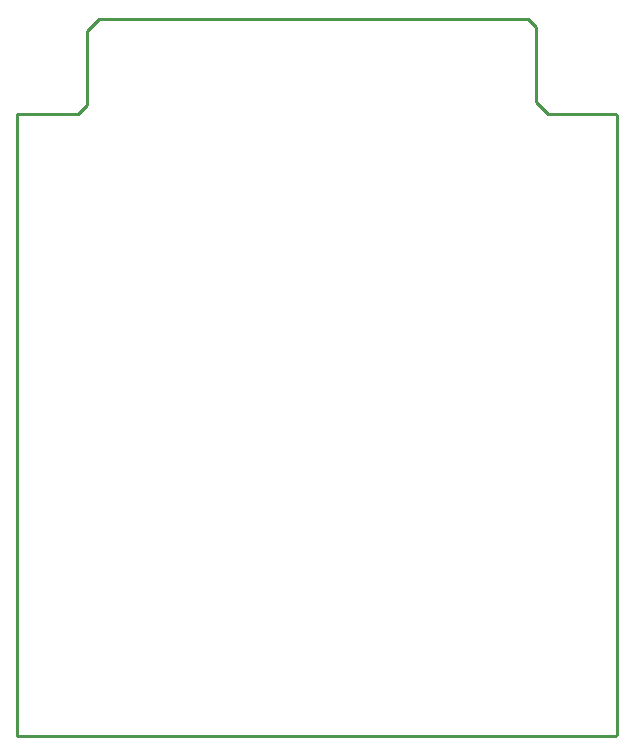
<source format=gko>
G04*
G04 #@! TF.GenerationSoftware,Altium Limited,Altium Designer,21.3.1 (25)*
G04*
G04 Layer_Color=16711935*
%FSLAX25Y25*%
%MOIN*%
G70*
G04*
G04 #@! TF.SameCoordinates,4C1A46CD-458D-4170-9141-97B0DDD3FF2F*
G04*
G04*
G04 #@! TF.FilePolarity,Positive*
G04*
G01*
G75*
%ADD14C,0.01000*%
D14*
X177000Y207500D02*
X199500D01*
X173000Y211500D02*
X177000Y207500D01*
X173000Y211500D02*
Y236500D01*
X170500Y239000D02*
X173000Y236500D01*
X27500Y239000D02*
X170500D01*
X23500Y235000D02*
X27500Y239000D01*
X23500Y210500D02*
Y235000D01*
X20500Y207500D02*
X23500Y210500D01*
X0Y207500D02*
X20500D01*
X199500D02*
X200000Y207000D01*
Y500D02*
Y207000D01*
X199500Y0D02*
X200000Y500D01*
X0Y0D02*
X199500D01*
X0D02*
Y207500D01*
M02*

</source>
